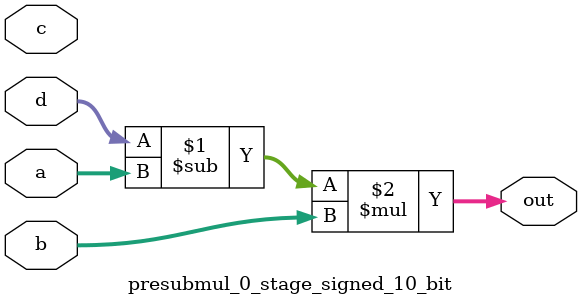
<source format=sv>
(* use_dsp = "yes" *) module presubmul_0_stage_signed_10_bit(
	input signed [9:0] a,
	input signed [9:0] b,
	input signed [9:0] c,
	input signed [9:0] d,
	output [9:0] out
	);

	assign out = (d - a) * b;
endmodule

</source>
